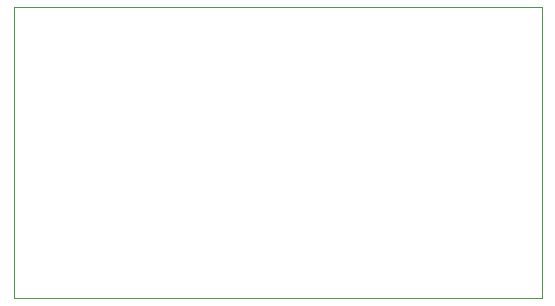
<source format=gbr>
%TF.GenerationSoftware,KiCad,Pcbnew,(5.1.10)-1*%
%TF.CreationDate,2022-07-10T14:44:24+03:00*%
%TF.ProjectId,power-bank-load,706f7765-722d-4626-916e-6b2d6c6f6164,rev?*%
%TF.SameCoordinates,Original*%
%TF.FileFunction,Profile,NP*%
%FSLAX46Y46*%
G04 Gerber Fmt 4.6, Leading zero omitted, Abs format (unit mm)*
G04 Created by KiCad (PCBNEW (5.1.10)-1) date 2022-07-10 14:44:24*
%MOMM*%
%LPD*%
G01*
G04 APERTURE LIST*
%TA.AperFunction,Profile*%
%ADD10C,0.050000*%
%TD*%
G04 APERTURE END LIST*
D10*
X14224000Y-38862000D02*
X14224000Y-14224000D01*
X58928000Y-38862000D02*
X14224000Y-38862000D01*
X58928000Y-14224000D02*
X58928000Y-38862000D01*
X14224000Y-14224000D02*
X58928000Y-14224000D01*
M02*

</source>
